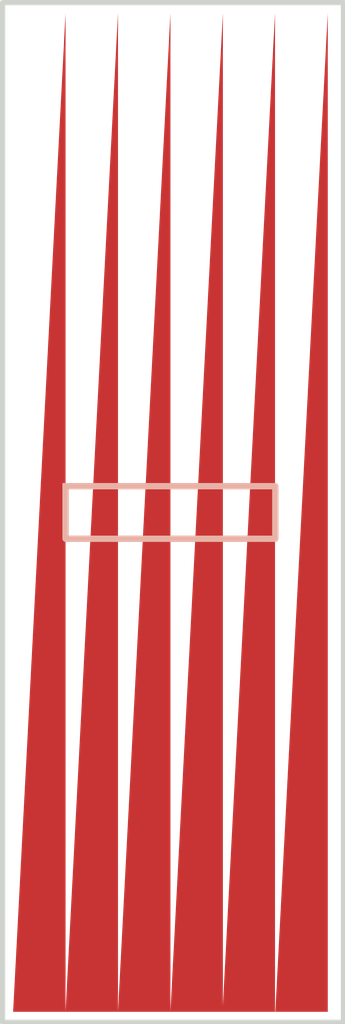
<source format=kicad_pcb>
(kicad_pcb (version 20211014) (generator pcbnew)

  (general
    (thickness 1.6)
  )

  (paper "A4")
  (layers
    (0 "F.Cu" signal)
    (31 "B.Cu" signal)
    (36 "B.SilkS" user "B.Silkscreen")
    (37 "F.SilkS" user "F.Silkscreen")
    (38 "B.Mask" user)
    (39 "F.Mask" user)
    (40 "Dwgs.User" user "User.Drawings")
    (41 "Cmts.User" user "User.Comments")
    (44 "Edge.Cuts" user)
    (45 "Margin" user)
    (46 "B.CrtYd" user "B.Courtyard")
    (47 "F.CrtYd" user "F.Courtyard")
  )

  (setup
    (stackup
      (layer "F.SilkS" (type "Top Silk Screen"))
      (layer "F.Mask" (type "Top Solder Mask") (thickness 0.01))
      (layer "F.Cu" (type "copper") (thickness 0.035))
      (layer "dielectric 1" (type "core") (thickness 1.51) (material "FR4") (epsilon_r 4.5) (loss_tangent 0.02))
      (layer "B.Cu" (type "copper") (thickness 0.035))
      (layer "B.Mask" (type "Bottom Solder Mask") (thickness 0.01))
      (layer "B.SilkS" (type "Bottom Silk Screen"))
      (copper_finish "None")
      (dielectric_constraints no)
    )
    (pad_to_mask_clearance 0)
    (grid_origin 150 100)
    (pcbplotparams
      (layerselection 0x00010f0_ffffffff)
      (disableapertmacros false)
      (usegerberextensions true)
      (usegerberattributes true)
      (usegerberadvancedattributes false)
      (creategerberjobfile false)
      (svguseinch false)
      (svgprecision 6)
      (excludeedgelayer true)
      (plotframeref false)
      (viasonmask false)
      (mode 1)
      (useauxorigin false)
      (hpglpennumber 1)
      (hpglpenspeed 20)
      (hpglpendiameter 15.000000)
      (dxfpolygonmode true)
      (dxfimperialunits true)
      (dxfusepcbnewfont true)
      (psnegative false)
      (psa4output false)
      (plotreference true)
      (plotvalue false)
      (plotinvisibletext false)
      (sketchpadsonfab false)
      (subtractmaskfromsilk true)
      (outputformat 1)
      (mirror false)
      (drillshape 0)
      (scaleselection 1)
      (outputdirectory "jlcpcb")
    )
  )

  (net 0 "")

  (gr_poly
    (pts
      (xy 151 100)
      (xy 150 100)
      (xy 151 81)
    ) (layer "F.Cu") (width 0) (fill solid) (tstamp 34407fba-357b-4052-9216-06c1e2cae3ea))
  (gr_poly
    (pts
      (xy 154 100)
      (xy 153 100)
      (xy 154 81)
    ) (layer "F.Cu") (width 0) (fill solid) (tstamp 357856bd-3d3d-4160-8d89-c953aff1cccb))
  (gr_poly
    (pts
      (xy 152 100)
      (xy 151 100)
      (xy 152 81)
    ) (layer "F.Cu") (width 0) (fill solid) (tstamp 3e229f74-0d6e-4e2c-8163-9a65e677d459))
  (gr_poly
    (pts
      (xy 153 100)
      (xy 152 100)
      (xy 153 81)
    ) (layer "F.Cu") (width 0) (fill solid) (tstamp 606bb9bc-67d1-4898-a423-ea9949091f2d))
  (gr_poly
    (pts
      (xy 154.99422 100)
      (xy 153.99422 100)
      (xy 154.99422 81)
    ) (layer "F.Cu") (width 0) (fill solid) (tstamp 859e81f7-b1fb-45ab-ab27-e556921da9d1))
  (gr_poly
    (pts
      (xy 156 100)
      (xy 155 100)
      (xy 156 81)
    ) (layer "F.Cu") (width 0) (fill solid) (tstamp f3433127-bb9b-49b8-9e37-7f0dd49405f6))
  (gr_rect (start 151 90) (end 155 91) (layer "B.SilkS") (width 0.12) (fill none) (tstamp 681878bd-7442-46e0-8a3f-0eadcbead32a))
  (gr_poly
    (pts
      (xy 156 100)
      (xy 155 100)
      (xy 156 81)
    ) (layer "F.Mask") (width 0) (fill solid) (tstamp 0ec7133e-8c30-425e-8403-04abe0096bde))
  (gr_poly
    (pts
      (xy 153 100)
      (xy 152 100)
      (xy 153 81)
    ) (layer "F.Mask") (width 0) (fill solid) (tstamp 13e8e380-bb40-46bc-912c-5187318727c6))
  (gr_poly
    (pts
      (xy 154 100)
      (xy 153 100)
      (xy 154 81)
    ) (layer "F.Mask") (width 0) (fill solid) (tstamp 5515c735-5cb5-48e5-bfca-e781b067d2d6))
  (gr_poly
    (pts
      (xy 152 100)
      (xy 151 100)
      (xy 152 81)
    ) (layer "F.Mask") (width 0) (fill solid) (tstamp 8804ac3b-c636-4dd9-97bf-f0c4cc720a24))
  (gr_poly
    (pts
      (xy 151 100)
      (xy 150 100)
      (xy 151 81)
    ) (layer "F.Mask") (width 0) (fill solid) (tstamp b1ad82d0-2183-4ca4-a24e-3ac758773af4))
  (gr_poly
    (pts
      (xy 155 100)
      (xy 154 100)
      (xy 155 81)
    ) (layer "F.Mask") (width 0) (fill solid) (tstamp b963fd24-0780-4680-8614-fe86ef253063))
  (gr_rect (start 149.8 100.2) (end 156.3 80.8) (layer "Edge.Cuts") (width 0.1) (fill none) (tstamp c9d7f80c-93d3-40b6-82bc-9669a79c7f05))

)

</source>
